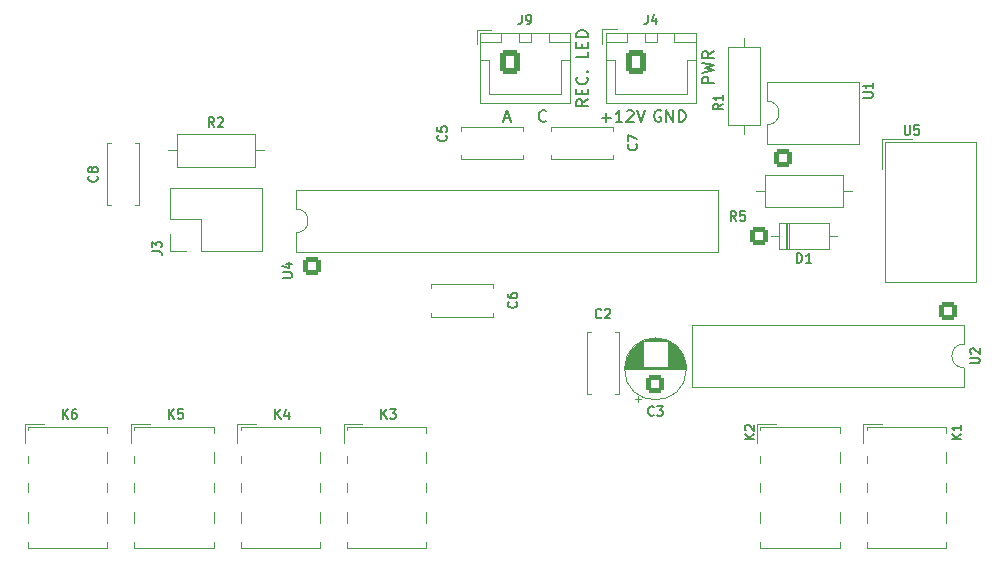
<source format=gto>
G04 #@! TF.GenerationSoftware,KiCad,Pcbnew,9.0.5*
G04 #@! TF.CreationDate,2025-10-26T11:27:19+01:00*
G04 #@! TF.ProjectId,rec_play_switch_module,7265635f-706c-4617-995f-737769746368,rev?*
G04 #@! TF.SameCoordinates,Original*
G04 #@! TF.FileFunction,Legend,Top*
G04 #@! TF.FilePolarity,Positive*
%FSLAX46Y46*%
G04 Gerber Fmt 4.6, Leading zero omitted, Abs format (unit mm)*
G04 Created by KiCad (PCBNEW 9.0.5) date 2025-10-26 11:27:19*
%MOMM*%
%LPD*%
G01*
G04 APERTURE LIST*
G04 Aperture macros list*
%AMRoundRect*
0 Rectangle with rounded corners*
0 $1 Rounding radius*
0 $2 $3 $4 $5 $6 $7 $8 $9 X,Y pos of 4 corners*
0 Add a 4 corners polygon primitive as box body*
4,1,4,$2,$3,$4,$5,$6,$7,$8,$9,$2,$3,0*
0 Add four circle primitives for the rounded corners*
1,1,$1+$1,$2,$3*
1,1,$1+$1,$4,$5*
1,1,$1+$1,$6,$7*
1,1,$1+$1,$8,$9*
0 Add four rect primitives between the rounded corners*
20,1,$1+$1,$2,$3,$4,$5,0*
20,1,$1+$1,$4,$5,$6,$7,0*
20,1,$1+$1,$6,$7,$8,$9,0*
20,1,$1+$1,$8,$9,$2,$3,0*%
G04 Aperture macros list end*
%ADD10C,0.150000*%
%ADD11C,0.120000*%
%ADD12C,1.600000*%
%ADD13R,1.000000X1.000000*%
%ADD14C,1.000000*%
%ADD15RoundRect,0.250000X-0.550000X0.550000X-0.550000X-0.550000X0.550000X-0.550000X0.550000X0.550000X0*%
%ADD16RoundRect,0.250000X-0.600000X-0.750000X0.600000X-0.750000X0.600000X0.750000X-0.600000X0.750000X0*%
%ADD17O,1.700000X2.000000*%
%ADD18R,1.700000X1.700000*%
%ADD19C,1.700000*%
%ADD20RoundRect,0.250000X0.550000X-0.550000X0.550000X0.550000X-0.550000X0.550000X-0.550000X-0.550000X0*%
%ADD21RoundRect,0.250000X-0.550000X-0.550000X0.550000X-0.550000X0.550000X0.550000X-0.550000X0.550000X0*%
%ADD22R,1.500000X1.500000*%
%ADD23C,1.500000*%
G04 APERTURE END LIST*
D10*
X173517160Y-52543104D02*
X173993350Y-52543104D01*
X173421922Y-52828819D02*
X173755255Y-51828819D01*
X173755255Y-51828819D02*
X174088588Y-52828819D01*
X186763188Y-51876438D02*
X186667950Y-51828819D01*
X186667950Y-51828819D02*
X186525093Y-51828819D01*
X186525093Y-51828819D02*
X186382236Y-51876438D01*
X186382236Y-51876438D02*
X186286998Y-51971676D01*
X186286998Y-51971676D02*
X186239379Y-52066914D01*
X186239379Y-52066914D02*
X186191760Y-52257390D01*
X186191760Y-52257390D02*
X186191760Y-52400247D01*
X186191760Y-52400247D02*
X186239379Y-52590723D01*
X186239379Y-52590723D02*
X186286998Y-52685961D01*
X186286998Y-52685961D02*
X186382236Y-52781200D01*
X186382236Y-52781200D02*
X186525093Y-52828819D01*
X186525093Y-52828819D02*
X186620331Y-52828819D01*
X186620331Y-52828819D02*
X186763188Y-52781200D01*
X186763188Y-52781200D02*
X186810807Y-52733580D01*
X186810807Y-52733580D02*
X186810807Y-52400247D01*
X186810807Y-52400247D02*
X186620331Y-52400247D01*
X187239379Y-52828819D02*
X187239379Y-51828819D01*
X187239379Y-51828819D02*
X187810807Y-52828819D01*
X187810807Y-52828819D02*
X187810807Y-51828819D01*
X188286998Y-52828819D02*
X188286998Y-51828819D01*
X188286998Y-51828819D02*
X188525093Y-51828819D01*
X188525093Y-51828819D02*
X188667950Y-51876438D01*
X188667950Y-51876438D02*
X188763188Y-51971676D01*
X188763188Y-51971676D02*
X188810807Y-52066914D01*
X188810807Y-52066914D02*
X188858426Y-52257390D01*
X188858426Y-52257390D02*
X188858426Y-52400247D01*
X188858426Y-52400247D02*
X188810807Y-52590723D01*
X188810807Y-52590723D02*
X188763188Y-52685961D01*
X188763188Y-52685961D02*
X188667950Y-52781200D01*
X188667950Y-52781200D02*
X188525093Y-52828819D01*
X188525093Y-52828819D02*
X188286998Y-52828819D01*
X181743579Y-52473266D02*
X182505484Y-52473266D01*
X182124531Y-52854219D02*
X182124531Y-52092314D01*
X183505483Y-52854219D02*
X182934055Y-52854219D01*
X183219769Y-52854219D02*
X183219769Y-51854219D01*
X183219769Y-51854219D02*
X183124531Y-51997076D01*
X183124531Y-51997076D02*
X183029293Y-52092314D01*
X183029293Y-52092314D02*
X182934055Y-52139933D01*
X183886436Y-51949457D02*
X183934055Y-51901838D01*
X183934055Y-51901838D02*
X184029293Y-51854219D01*
X184029293Y-51854219D02*
X184267388Y-51854219D01*
X184267388Y-51854219D02*
X184362626Y-51901838D01*
X184362626Y-51901838D02*
X184410245Y-51949457D01*
X184410245Y-51949457D02*
X184457864Y-52044695D01*
X184457864Y-52044695D02*
X184457864Y-52139933D01*
X184457864Y-52139933D02*
X184410245Y-52282790D01*
X184410245Y-52282790D02*
X183838817Y-52854219D01*
X183838817Y-52854219D02*
X184457864Y-52854219D01*
X184743579Y-51854219D02*
X185076912Y-52854219D01*
X185076912Y-52854219D02*
X185410245Y-51854219D01*
X191258819Y-49574220D02*
X190258819Y-49574220D01*
X190258819Y-49574220D02*
X190258819Y-49193268D01*
X190258819Y-49193268D02*
X190306438Y-49098030D01*
X190306438Y-49098030D02*
X190354057Y-49050411D01*
X190354057Y-49050411D02*
X190449295Y-49002792D01*
X190449295Y-49002792D02*
X190592152Y-49002792D01*
X190592152Y-49002792D02*
X190687390Y-49050411D01*
X190687390Y-49050411D02*
X190735009Y-49098030D01*
X190735009Y-49098030D02*
X190782628Y-49193268D01*
X190782628Y-49193268D02*
X190782628Y-49574220D01*
X190258819Y-48669458D02*
X191258819Y-48431363D01*
X191258819Y-48431363D02*
X190544533Y-48240887D01*
X190544533Y-48240887D02*
X191258819Y-48050411D01*
X191258819Y-48050411D02*
X190258819Y-47812316D01*
X191258819Y-46859935D02*
X190782628Y-47193268D01*
X191258819Y-47431363D02*
X190258819Y-47431363D01*
X190258819Y-47431363D02*
X190258819Y-47050411D01*
X190258819Y-47050411D02*
X190306438Y-46955173D01*
X190306438Y-46955173D02*
X190354057Y-46907554D01*
X190354057Y-46907554D02*
X190449295Y-46859935D01*
X190449295Y-46859935D02*
X190592152Y-46859935D01*
X190592152Y-46859935D02*
X190687390Y-46907554D01*
X190687390Y-46907554D02*
X190735009Y-46955173D01*
X190735009Y-46955173D02*
X190782628Y-47050411D01*
X190782628Y-47050411D02*
X190782628Y-47431363D01*
X180590819Y-50933192D02*
X180114628Y-51266525D01*
X180590819Y-51504620D02*
X179590819Y-51504620D01*
X179590819Y-51504620D02*
X179590819Y-51123668D01*
X179590819Y-51123668D02*
X179638438Y-51028430D01*
X179638438Y-51028430D02*
X179686057Y-50980811D01*
X179686057Y-50980811D02*
X179781295Y-50933192D01*
X179781295Y-50933192D02*
X179924152Y-50933192D01*
X179924152Y-50933192D02*
X180019390Y-50980811D01*
X180019390Y-50980811D02*
X180067009Y-51028430D01*
X180067009Y-51028430D02*
X180114628Y-51123668D01*
X180114628Y-51123668D02*
X180114628Y-51504620D01*
X180067009Y-50504620D02*
X180067009Y-50171287D01*
X180590819Y-50028430D02*
X180590819Y-50504620D01*
X180590819Y-50504620D02*
X179590819Y-50504620D01*
X179590819Y-50504620D02*
X179590819Y-50028430D01*
X180495580Y-49028430D02*
X180543200Y-49076049D01*
X180543200Y-49076049D02*
X180590819Y-49218906D01*
X180590819Y-49218906D02*
X180590819Y-49314144D01*
X180590819Y-49314144D02*
X180543200Y-49457001D01*
X180543200Y-49457001D02*
X180447961Y-49552239D01*
X180447961Y-49552239D02*
X180352723Y-49599858D01*
X180352723Y-49599858D02*
X180162247Y-49647477D01*
X180162247Y-49647477D02*
X180019390Y-49647477D01*
X180019390Y-49647477D02*
X179828914Y-49599858D01*
X179828914Y-49599858D02*
X179733676Y-49552239D01*
X179733676Y-49552239D02*
X179638438Y-49457001D01*
X179638438Y-49457001D02*
X179590819Y-49314144D01*
X179590819Y-49314144D02*
X179590819Y-49218906D01*
X179590819Y-49218906D02*
X179638438Y-49076049D01*
X179638438Y-49076049D02*
X179686057Y-49028430D01*
X180495580Y-48599858D02*
X180543200Y-48552239D01*
X180543200Y-48552239D02*
X180590819Y-48599858D01*
X180590819Y-48599858D02*
X180543200Y-48647477D01*
X180543200Y-48647477D02*
X180495580Y-48599858D01*
X180495580Y-48599858D02*
X180590819Y-48599858D01*
X180590819Y-46885573D02*
X180590819Y-47361763D01*
X180590819Y-47361763D02*
X179590819Y-47361763D01*
X180067009Y-46552239D02*
X180067009Y-46218906D01*
X180590819Y-46076049D02*
X180590819Y-46552239D01*
X180590819Y-46552239D02*
X179590819Y-46552239D01*
X179590819Y-46552239D02*
X179590819Y-46076049D01*
X180590819Y-45647477D02*
X179590819Y-45647477D01*
X179590819Y-45647477D02*
X179590819Y-45409382D01*
X179590819Y-45409382D02*
X179638438Y-45266525D01*
X179638438Y-45266525D02*
X179733676Y-45171287D01*
X179733676Y-45171287D02*
X179828914Y-45123668D01*
X179828914Y-45123668D02*
X180019390Y-45076049D01*
X180019390Y-45076049D02*
X180162247Y-45076049D01*
X180162247Y-45076049D02*
X180352723Y-45123668D01*
X180352723Y-45123668D02*
X180447961Y-45171287D01*
X180447961Y-45171287D02*
X180543200Y-45266525D01*
X180543200Y-45266525D02*
X180590819Y-45409382D01*
X180590819Y-45409382D02*
X180590819Y-45647477D01*
X177057207Y-52733580D02*
X177009588Y-52781200D01*
X177009588Y-52781200D02*
X176866731Y-52828819D01*
X176866731Y-52828819D02*
X176771493Y-52828819D01*
X176771493Y-52828819D02*
X176628636Y-52781200D01*
X176628636Y-52781200D02*
X176533398Y-52685961D01*
X176533398Y-52685961D02*
X176485779Y-52590723D01*
X176485779Y-52590723D02*
X176438160Y-52400247D01*
X176438160Y-52400247D02*
X176438160Y-52257390D01*
X176438160Y-52257390D02*
X176485779Y-52066914D01*
X176485779Y-52066914D02*
X176533398Y-51971676D01*
X176533398Y-51971676D02*
X176628636Y-51876438D01*
X176628636Y-51876438D02*
X176771493Y-51828819D01*
X176771493Y-51828819D02*
X176866731Y-51828819D01*
X176866731Y-51828819D02*
X177009588Y-51876438D01*
X177009588Y-51876438D02*
X177057207Y-51924057D01*
X174530104Y-68078332D02*
X174568200Y-68116428D01*
X174568200Y-68116428D02*
X174606295Y-68230713D01*
X174606295Y-68230713D02*
X174606295Y-68306904D01*
X174606295Y-68306904D02*
X174568200Y-68421190D01*
X174568200Y-68421190D02*
X174492009Y-68497380D01*
X174492009Y-68497380D02*
X174415819Y-68535475D01*
X174415819Y-68535475D02*
X174263438Y-68573571D01*
X174263438Y-68573571D02*
X174149152Y-68573571D01*
X174149152Y-68573571D02*
X173996771Y-68535475D01*
X173996771Y-68535475D02*
X173920580Y-68497380D01*
X173920580Y-68497380D02*
X173844390Y-68421190D01*
X173844390Y-68421190D02*
X173806295Y-68306904D01*
X173806295Y-68306904D02*
X173806295Y-68230713D01*
X173806295Y-68230713D02*
X173844390Y-68116428D01*
X173844390Y-68116428D02*
X173882485Y-68078332D01*
X173806295Y-67392618D02*
X173806295Y-67544999D01*
X173806295Y-67544999D02*
X173844390Y-67621190D01*
X173844390Y-67621190D02*
X173882485Y-67659285D01*
X173882485Y-67659285D02*
X173996771Y-67735475D01*
X173996771Y-67735475D02*
X174149152Y-67773571D01*
X174149152Y-67773571D02*
X174453914Y-67773571D01*
X174453914Y-67773571D02*
X174530104Y-67735475D01*
X174530104Y-67735475D02*
X174568200Y-67697380D01*
X174568200Y-67697380D02*
X174606295Y-67621190D01*
X174606295Y-67621190D02*
X174606295Y-67468809D01*
X174606295Y-67468809D02*
X174568200Y-67392618D01*
X174568200Y-67392618D02*
X174530104Y-67354523D01*
X174530104Y-67354523D02*
X174453914Y-67316428D01*
X174453914Y-67316428D02*
X174263438Y-67316428D01*
X174263438Y-67316428D02*
X174187247Y-67354523D01*
X174187247Y-67354523D02*
X174149152Y-67392618D01*
X174149152Y-67392618D02*
X174111057Y-67468809D01*
X174111057Y-67468809D02*
X174111057Y-67621190D01*
X174111057Y-67621190D02*
X174149152Y-67697380D01*
X174149152Y-67697380D02*
X174187247Y-67735475D01*
X174187247Y-67735475D02*
X174263438Y-67773571D01*
X139010104Y-57410332D02*
X139048200Y-57448428D01*
X139048200Y-57448428D02*
X139086295Y-57562713D01*
X139086295Y-57562713D02*
X139086295Y-57638904D01*
X139086295Y-57638904D02*
X139048200Y-57753190D01*
X139048200Y-57753190D02*
X138972009Y-57829380D01*
X138972009Y-57829380D02*
X138895819Y-57867475D01*
X138895819Y-57867475D02*
X138743438Y-57905571D01*
X138743438Y-57905571D02*
X138629152Y-57905571D01*
X138629152Y-57905571D02*
X138476771Y-57867475D01*
X138476771Y-57867475D02*
X138400580Y-57829380D01*
X138400580Y-57829380D02*
X138324390Y-57753190D01*
X138324390Y-57753190D02*
X138286295Y-57638904D01*
X138286295Y-57638904D02*
X138286295Y-57562713D01*
X138286295Y-57562713D02*
X138324390Y-57448428D01*
X138324390Y-57448428D02*
X138362485Y-57410332D01*
X138629152Y-56953190D02*
X138591057Y-57029380D01*
X138591057Y-57029380D02*
X138552961Y-57067475D01*
X138552961Y-57067475D02*
X138476771Y-57105571D01*
X138476771Y-57105571D02*
X138438676Y-57105571D01*
X138438676Y-57105571D02*
X138362485Y-57067475D01*
X138362485Y-57067475D02*
X138324390Y-57029380D01*
X138324390Y-57029380D02*
X138286295Y-56953190D01*
X138286295Y-56953190D02*
X138286295Y-56800809D01*
X138286295Y-56800809D02*
X138324390Y-56724618D01*
X138324390Y-56724618D02*
X138362485Y-56686523D01*
X138362485Y-56686523D02*
X138438676Y-56648428D01*
X138438676Y-56648428D02*
X138476771Y-56648428D01*
X138476771Y-56648428D02*
X138552961Y-56686523D01*
X138552961Y-56686523D02*
X138591057Y-56724618D01*
X138591057Y-56724618D02*
X138629152Y-56800809D01*
X138629152Y-56800809D02*
X138629152Y-56953190D01*
X138629152Y-56953190D02*
X138667247Y-57029380D01*
X138667247Y-57029380D02*
X138705342Y-57067475D01*
X138705342Y-57067475D02*
X138781533Y-57105571D01*
X138781533Y-57105571D02*
X138933914Y-57105571D01*
X138933914Y-57105571D02*
X139010104Y-57067475D01*
X139010104Y-57067475D02*
X139048200Y-57029380D01*
X139048200Y-57029380D02*
X139086295Y-56953190D01*
X139086295Y-56953190D02*
X139086295Y-56800809D01*
X139086295Y-56800809D02*
X139048200Y-56724618D01*
X139048200Y-56724618D02*
X139010104Y-56686523D01*
X139010104Y-56686523D02*
X138933914Y-56648428D01*
X138933914Y-56648428D02*
X138781533Y-56648428D01*
X138781533Y-56648428D02*
X138705342Y-56686523D01*
X138705342Y-56686523D02*
X138667247Y-56724618D01*
X138667247Y-56724618D02*
X138629152Y-56800809D01*
X212966295Y-73253523D02*
X213613914Y-73253523D01*
X213613914Y-73253523D02*
X213690104Y-73215428D01*
X213690104Y-73215428D02*
X213728200Y-73177333D01*
X213728200Y-73177333D02*
X213766295Y-73101142D01*
X213766295Y-73101142D02*
X213766295Y-72948761D01*
X213766295Y-72948761D02*
X213728200Y-72872571D01*
X213728200Y-72872571D02*
X213690104Y-72834476D01*
X213690104Y-72834476D02*
X213613914Y-72796380D01*
X213613914Y-72796380D02*
X212966295Y-72796380D01*
X213042485Y-72453524D02*
X213004390Y-72415428D01*
X213004390Y-72415428D02*
X212966295Y-72339238D01*
X212966295Y-72339238D02*
X212966295Y-72148762D01*
X212966295Y-72148762D02*
X213004390Y-72072571D01*
X213004390Y-72072571D02*
X213042485Y-72034476D01*
X213042485Y-72034476D02*
X213118676Y-71996381D01*
X213118676Y-71996381D02*
X213194866Y-71996381D01*
X213194866Y-71996381D02*
X213309152Y-72034476D01*
X213309152Y-72034476D02*
X213766295Y-72491619D01*
X213766295Y-72491619D02*
X213766295Y-71996381D01*
X185641333Y-43764295D02*
X185641333Y-44335723D01*
X185641333Y-44335723D02*
X185603238Y-44450009D01*
X185603238Y-44450009D02*
X185527047Y-44526200D01*
X185527047Y-44526200D02*
X185412762Y-44564295D01*
X185412762Y-44564295D02*
X185336571Y-44564295D01*
X186365143Y-44030961D02*
X186365143Y-44564295D01*
X186174667Y-43726200D02*
X185984190Y-44297628D01*
X185984190Y-44297628D02*
X186479429Y-44297628D01*
X163109524Y-77962295D02*
X163109524Y-77162295D01*
X163566667Y-77962295D02*
X163223809Y-77505152D01*
X163566667Y-77162295D02*
X163109524Y-77619438D01*
X163833333Y-77162295D02*
X164328571Y-77162295D01*
X164328571Y-77162295D02*
X164061905Y-77467057D01*
X164061905Y-77467057D02*
X164176190Y-77467057D01*
X164176190Y-77467057D02*
X164252381Y-77505152D01*
X164252381Y-77505152D02*
X164290476Y-77543247D01*
X164290476Y-77543247D02*
X164328571Y-77619438D01*
X164328571Y-77619438D02*
X164328571Y-77809914D01*
X164328571Y-77809914D02*
X164290476Y-77886104D01*
X164290476Y-77886104D02*
X164252381Y-77924200D01*
X164252381Y-77924200D02*
X164176190Y-77962295D01*
X164176190Y-77962295D02*
X163947619Y-77962295D01*
X163947619Y-77962295D02*
X163871428Y-77924200D01*
X163871428Y-77924200D02*
X163833333Y-77886104D01*
X174993333Y-43772695D02*
X174993333Y-44344123D01*
X174993333Y-44344123D02*
X174955238Y-44458409D01*
X174955238Y-44458409D02*
X174879047Y-44534600D01*
X174879047Y-44534600D02*
X174764762Y-44572695D01*
X174764762Y-44572695D02*
X174688571Y-44572695D01*
X175412381Y-44572695D02*
X175564762Y-44572695D01*
X175564762Y-44572695D02*
X175640952Y-44534600D01*
X175640952Y-44534600D02*
X175679048Y-44496504D01*
X175679048Y-44496504D02*
X175755238Y-44382219D01*
X175755238Y-44382219D02*
X175793333Y-44229838D01*
X175793333Y-44229838D02*
X175793333Y-43925076D01*
X175793333Y-43925076D02*
X175755238Y-43848885D01*
X175755238Y-43848885D02*
X175717143Y-43810790D01*
X175717143Y-43810790D02*
X175640952Y-43772695D01*
X175640952Y-43772695D02*
X175488571Y-43772695D01*
X175488571Y-43772695D02*
X175412381Y-43810790D01*
X175412381Y-43810790D02*
X175374286Y-43848885D01*
X175374286Y-43848885D02*
X175336190Y-43925076D01*
X175336190Y-43925076D02*
X175336190Y-44115552D01*
X175336190Y-44115552D02*
X175374286Y-44191742D01*
X175374286Y-44191742D02*
X175412381Y-44229838D01*
X175412381Y-44229838D02*
X175488571Y-44267933D01*
X175488571Y-44267933D02*
X175640952Y-44267933D01*
X175640952Y-44267933D02*
X175717143Y-44229838D01*
X175717143Y-44229838D02*
X175755238Y-44191742D01*
X175755238Y-44191742D02*
X175793333Y-44115552D01*
X148964667Y-53237295D02*
X148698000Y-52856342D01*
X148507524Y-53237295D02*
X148507524Y-52437295D01*
X148507524Y-52437295D02*
X148812286Y-52437295D01*
X148812286Y-52437295D02*
X148888476Y-52475390D01*
X148888476Y-52475390D02*
X148926571Y-52513485D01*
X148926571Y-52513485D02*
X148964667Y-52589676D01*
X148964667Y-52589676D02*
X148964667Y-52703961D01*
X148964667Y-52703961D02*
X148926571Y-52780152D01*
X148926571Y-52780152D02*
X148888476Y-52818247D01*
X148888476Y-52818247D02*
X148812286Y-52856342D01*
X148812286Y-52856342D02*
X148507524Y-52856342D01*
X149269428Y-52513485D02*
X149307524Y-52475390D01*
X149307524Y-52475390D02*
X149383714Y-52437295D01*
X149383714Y-52437295D02*
X149574190Y-52437295D01*
X149574190Y-52437295D02*
X149650381Y-52475390D01*
X149650381Y-52475390D02*
X149688476Y-52513485D01*
X149688476Y-52513485D02*
X149726571Y-52589676D01*
X149726571Y-52589676D02*
X149726571Y-52665866D01*
X149726571Y-52665866D02*
X149688476Y-52780152D01*
X149688476Y-52780152D02*
X149231333Y-53237295D01*
X149231333Y-53237295D02*
X149726571Y-53237295D01*
X154109524Y-77962295D02*
X154109524Y-77162295D01*
X154566667Y-77962295D02*
X154223809Y-77505152D01*
X154566667Y-77162295D02*
X154109524Y-77619438D01*
X155252381Y-77428961D02*
X155252381Y-77962295D01*
X155061905Y-77124200D02*
X154871428Y-77695628D01*
X154871428Y-77695628D02*
X155366667Y-77695628D01*
X184690104Y-54717932D02*
X184728200Y-54756028D01*
X184728200Y-54756028D02*
X184766295Y-54870313D01*
X184766295Y-54870313D02*
X184766295Y-54946504D01*
X184766295Y-54946504D02*
X184728200Y-55060790D01*
X184728200Y-55060790D02*
X184652009Y-55136980D01*
X184652009Y-55136980D02*
X184575819Y-55175075D01*
X184575819Y-55175075D02*
X184423438Y-55213171D01*
X184423438Y-55213171D02*
X184309152Y-55213171D01*
X184309152Y-55213171D02*
X184156771Y-55175075D01*
X184156771Y-55175075D02*
X184080580Y-55136980D01*
X184080580Y-55136980D02*
X184004390Y-55060790D01*
X184004390Y-55060790D02*
X183966295Y-54946504D01*
X183966295Y-54946504D02*
X183966295Y-54870313D01*
X183966295Y-54870313D02*
X184004390Y-54756028D01*
X184004390Y-54756028D02*
X184042485Y-54717932D01*
X183966295Y-54451266D02*
X183966295Y-53917932D01*
X183966295Y-53917932D02*
X184766295Y-54260790D01*
X154756295Y-66014523D02*
X155403914Y-66014523D01*
X155403914Y-66014523D02*
X155480104Y-65976428D01*
X155480104Y-65976428D02*
X155518200Y-65938333D01*
X155518200Y-65938333D02*
X155556295Y-65862142D01*
X155556295Y-65862142D02*
X155556295Y-65709761D01*
X155556295Y-65709761D02*
X155518200Y-65633571D01*
X155518200Y-65633571D02*
X155480104Y-65595476D01*
X155480104Y-65595476D02*
X155403914Y-65557380D01*
X155403914Y-65557380D02*
X154756295Y-65557380D01*
X155022961Y-64833571D02*
X155556295Y-64833571D01*
X154718200Y-65024047D02*
X155289628Y-65214524D01*
X155289628Y-65214524D02*
X155289628Y-64719285D01*
X136109524Y-77962295D02*
X136109524Y-77162295D01*
X136566667Y-77962295D02*
X136223809Y-77505152D01*
X136566667Y-77162295D02*
X136109524Y-77619438D01*
X137252381Y-77162295D02*
X137100000Y-77162295D01*
X137100000Y-77162295D02*
X137023809Y-77200390D01*
X137023809Y-77200390D02*
X136985714Y-77238485D01*
X136985714Y-77238485D02*
X136909524Y-77352771D01*
X136909524Y-77352771D02*
X136871428Y-77505152D01*
X136871428Y-77505152D02*
X136871428Y-77809914D01*
X136871428Y-77809914D02*
X136909524Y-77886104D01*
X136909524Y-77886104D02*
X136947619Y-77924200D01*
X136947619Y-77924200D02*
X137023809Y-77962295D01*
X137023809Y-77962295D02*
X137176190Y-77962295D01*
X137176190Y-77962295D02*
X137252381Y-77924200D01*
X137252381Y-77924200D02*
X137290476Y-77886104D01*
X137290476Y-77886104D02*
X137328571Y-77809914D01*
X137328571Y-77809914D02*
X137328571Y-77619438D01*
X137328571Y-77619438D02*
X137290476Y-77543247D01*
X137290476Y-77543247D02*
X137252381Y-77505152D01*
X137252381Y-77505152D02*
X137176190Y-77467057D01*
X137176190Y-77467057D02*
X137023809Y-77467057D01*
X137023809Y-77467057D02*
X136947619Y-77505152D01*
X136947619Y-77505152D02*
X136909524Y-77543247D01*
X136909524Y-77543247D02*
X136871428Y-77619438D01*
X193160667Y-61195295D02*
X192894000Y-60814342D01*
X192703524Y-61195295D02*
X192703524Y-60395295D01*
X192703524Y-60395295D02*
X193008286Y-60395295D01*
X193008286Y-60395295D02*
X193084476Y-60433390D01*
X193084476Y-60433390D02*
X193122571Y-60471485D01*
X193122571Y-60471485D02*
X193160667Y-60547676D01*
X193160667Y-60547676D02*
X193160667Y-60661961D01*
X193160667Y-60661961D02*
X193122571Y-60738152D01*
X193122571Y-60738152D02*
X193084476Y-60776247D01*
X193084476Y-60776247D02*
X193008286Y-60814342D01*
X193008286Y-60814342D02*
X192703524Y-60814342D01*
X193884476Y-60395295D02*
X193503524Y-60395295D01*
X193503524Y-60395295D02*
X193465428Y-60776247D01*
X193465428Y-60776247D02*
X193503524Y-60738152D01*
X193503524Y-60738152D02*
X193579714Y-60700057D01*
X193579714Y-60700057D02*
X193770190Y-60700057D01*
X193770190Y-60700057D02*
X193846381Y-60738152D01*
X193846381Y-60738152D02*
X193884476Y-60776247D01*
X193884476Y-60776247D02*
X193922571Y-60852438D01*
X193922571Y-60852438D02*
X193922571Y-61042914D01*
X193922571Y-61042914D02*
X193884476Y-61119104D01*
X193884476Y-61119104D02*
X193846381Y-61157200D01*
X193846381Y-61157200D02*
X193770190Y-61195295D01*
X193770190Y-61195295D02*
X193579714Y-61195295D01*
X193579714Y-61195295D02*
X193503524Y-61157200D01*
X193503524Y-61157200D02*
X193465428Y-61119104D01*
X145109524Y-77962295D02*
X145109524Y-77162295D01*
X145566667Y-77962295D02*
X145223809Y-77505152D01*
X145566667Y-77162295D02*
X145109524Y-77619438D01*
X146290476Y-77162295D02*
X145909524Y-77162295D01*
X145909524Y-77162295D02*
X145871428Y-77543247D01*
X145871428Y-77543247D02*
X145909524Y-77505152D01*
X145909524Y-77505152D02*
X145985714Y-77467057D01*
X145985714Y-77467057D02*
X146176190Y-77467057D01*
X146176190Y-77467057D02*
X146252381Y-77505152D01*
X146252381Y-77505152D02*
X146290476Y-77543247D01*
X146290476Y-77543247D02*
X146328571Y-77619438D01*
X146328571Y-77619438D02*
X146328571Y-77809914D01*
X146328571Y-77809914D02*
X146290476Y-77886104D01*
X146290476Y-77886104D02*
X146252381Y-77924200D01*
X146252381Y-77924200D02*
X146176190Y-77962295D01*
X146176190Y-77962295D02*
X145985714Y-77962295D01*
X145985714Y-77962295D02*
X145909524Y-77924200D01*
X145909524Y-77924200D02*
X145871428Y-77886104D01*
X212198295Y-79711475D02*
X211398295Y-79711475D01*
X212198295Y-79254332D02*
X211741152Y-79597190D01*
X211398295Y-79254332D02*
X211855438Y-79711475D01*
X212198295Y-78492428D02*
X212198295Y-78949571D01*
X212198295Y-78720999D02*
X211398295Y-78720999D01*
X211398295Y-78720999D02*
X211512580Y-78797190D01*
X211512580Y-78797190D02*
X211588771Y-78873380D01*
X211588771Y-78873380D02*
X211626866Y-78949571D01*
X192005295Y-51314332D02*
X191624342Y-51580999D01*
X192005295Y-51771475D02*
X191205295Y-51771475D01*
X191205295Y-51771475D02*
X191205295Y-51466713D01*
X191205295Y-51466713D02*
X191243390Y-51390523D01*
X191243390Y-51390523D02*
X191281485Y-51352428D01*
X191281485Y-51352428D02*
X191357676Y-51314332D01*
X191357676Y-51314332D02*
X191471961Y-51314332D01*
X191471961Y-51314332D02*
X191548152Y-51352428D01*
X191548152Y-51352428D02*
X191586247Y-51390523D01*
X191586247Y-51390523D02*
X191624342Y-51466713D01*
X191624342Y-51466713D02*
X191624342Y-51771475D01*
X192005295Y-50552428D02*
X192005295Y-51009571D01*
X192005295Y-50780999D02*
X191205295Y-50780999D01*
X191205295Y-50780999D02*
X191319580Y-50857190D01*
X191319580Y-50857190D02*
X191395771Y-50933380D01*
X191395771Y-50933380D02*
X191433866Y-51009571D01*
X203905295Y-50779523D02*
X204552914Y-50779523D01*
X204552914Y-50779523D02*
X204629104Y-50741428D01*
X204629104Y-50741428D02*
X204667200Y-50703333D01*
X204667200Y-50703333D02*
X204705295Y-50627142D01*
X204705295Y-50627142D02*
X204705295Y-50474761D01*
X204705295Y-50474761D02*
X204667200Y-50398571D01*
X204667200Y-50398571D02*
X204629104Y-50360476D01*
X204629104Y-50360476D02*
X204552914Y-50322380D01*
X204552914Y-50322380D02*
X203905295Y-50322380D01*
X204705295Y-49522381D02*
X204705295Y-49979524D01*
X204705295Y-49750952D02*
X203905295Y-49750952D01*
X203905295Y-49750952D02*
X204019580Y-49827143D01*
X204019580Y-49827143D02*
X204095771Y-49903333D01*
X204095771Y-49903333D02*
X204133866Y-49979524D01*
X198291524Y-64751295D02*
X198291524Y-63951295D01*
X198291524Y-63951295D02*
X198482000Y-63951295D01*
X198482000Y-63951295D02*
X198596286Y-63989390D01*
X198596286Y-63989390D02*
X198672476Y-64065580D01*
X198672476Y-64065580D02*
X198710571Y-64141771D01*
X198710571Y-64141771D02*
X198748667Y-64294152D01*
X198748667Y-64294152D02*
X198748667Y-64408438D01*
X198748667Y-64408438D02*
X198710571Y-64560819D01*
X198710571Y-64560819D02*
X198672476Y-64637009D01*
X198672476Y-64637009D02*
X198596286Y-64713200D01*
X198596286Y-64713200D02*
X198482000Y-64751295D01*
X198482000Y-64751295D02*
X198291524Y-64751295D01*
X199510571Y-64751295D02*
X199053428Y-64751295D01*
X199282000Y-64751295D02*
X199282000Y-63951295D01*
X199282000Y-63951295D02*
X199205809Y-64065580D01*
X199205809Y-64065580D02*
X199129619Y-64141771D01*
X199129619Y-64141771D02*
X199053428Y-64179866D01*
X143707295Y-63766666D02*
X144278723Y-63766666D01*
X144278723Y-63766666D02*
X144393009Y-63804761D01*
X144393009Y-63804761D02*
X144469200Y-63880952D01*
X144469200Y-63880952D02*
X144507295Y-63995237D01*
X144507295Y-63995237D02*
X144507295Y-64071428D01*
X143707295Y-63461904D02*
X143707295Y-62966666D01*
X143707295Y-62966666D02*
X144012057Y-63233332D01*
X144012057Y-63233332D02*
X144012057Y-63119047D01*
X144012057Y-63119047D02*
X144050152Y-63042856D01*
X144050152Y-63042856D02*
X144088247Y-63004761D01*
X144088247Y-63004761D02*
X144164438Y-62966666D01*
X144164438Y-62966666D02*
X144354914Y-62966666D01*
X144354914Y-62966666D02*
X144431104Y-63004761D01*
X144431104Y-63004761D02*
X144469200Y-63042856D01*
X144469200Y-63042856D02*
X144507295Y-63119047D01*
X144507295Y-63119047D02*
X144507295Y-63347618D01*
X144507295Y-63347618D02*
X144469200Y-63423809D01*
X144469200Y-63423809D02*
X144431104Y-63461904D01*
X181730667Y-69384904D02*
X181692571Y-69423000D01*
X181692571Y-69423000D02*
X181578286Y-69461095D01*
X181578286Y-69461095D02*
X181502095Y-69461095D01*
X181502095Y-69461095D02*
X181387809Y-69423000D01*
X181387809Y-69423000D02*
X181311619Y-69346809D01*
X181311619Y-69346809D02*
X181273524Y-69270619D01*
X181273524Y-69270619D02*
X181235428Y-69118238D01*
X181235428Y-69118238D02*
X181235428Y-69003952D01*
X181235428Y-69003952D02*
X181273524Y-68851571D01*
X181273524Y-68851571D02*
X181311619Y-68775380D01*
X181311619Y-68775380D02*
X181387809Y-68699190D01*
X181387809Y-68699190D02*
X181502095Y-68661095D01*
X181502095Y-68661095D02*
X181578286Y-68661095D01*
X181578286Y-68661095D02*
X181692571Y-68699190D01*
X181692571Y-68699190D02*
X181730667Y-68737285D01*
X182035428Y-68737285D02*
X182073524Y-68699190D01*
X182073524Y-68699190D02*
X182149714Y-68661095D01*
X182149714Y-68661095D02*
X182340190Y-68661095D01*
X182340190Y-68661095D02*
X182416381Y-68699190D01*
X182416381Y-68699190D02*
X182454476Y-68737285D01*
X182454476Y-68737285D02*
X182492571Y-68813476D01*
X182492571Y-68813476D02*
X182492571Y-68889666D01*
X182492571Y-68889666D02*
X182454476Y-69003952D01*
X182454476Y-69003952D02*
X181997333Y-69461095D01*
X181997333Y-69461095D02*
X182492571Y-69461095D01*
X207402976Y-53124295D02*
X207402976Y-53771914D01*
X207402976Y-53771914D02*
X207441071Y-53848104D01*
X207441071Y-53848104D02*
X207479166Y-53886200D01*
X207479166Y-53886200D02*
X207555357Y-53924295D01*
X207555357Y-53924295D02*
X207707738Y-53924295D01*
X207707738Y-53924295D02*
X207783928Y-53886200D01*
X207783928Y-53886200D02*
X207822023Y-53848104D01*
X207822023Y-53848104D02*
X207860119Y-53771914D01*
X207860119Y-53771914D02*
X207860119Y-53124295D01*
X208622023Y-53124295D02*
X208241071Y-53124295D01*
X208241071Y-53124295D02*
X208202975Y-53505247D01*
X208202975Y-53505247D02*
X208241071Y-53467152D01*
X208241071Y-53467152D02*
X208317261Y-53429057D01*
X208317261Y-53429057D02*
X208507737Y-53429057D01*
X208507737Y-53429057D02*
X208583928Y-53467152D01*
X208583928Y-53467152D02*
X208622023Y-53505247D01*
X208622023Y-53505247D02*
X208660118Y-53581438D01*
X208660118Y-53581438D02*
X208660118Y-53771914D01*
X208660118Y-53771914D02*
X208622023Y-53848104D01*
X208622023Y-53848104D02*
X208583928Y-53886200D01*
X208583928Y-53886200D02*
X208507737Y-53924295D01*
X208507737Y-53924295D02*
X208317261Y-53924295D01*
X208317261Y-53924295D02*
X208241071Y-53886200D01*
X208241071Y-53886200D02*
X208202975Y-53848104D01*
X168561104Y-53981332D02*
X168599200Y-54019428D01*
X168599200Y-54019428D02*
X168637295Y-54133713D01*
X168637295Y-54133713D02*
X168637295Y-54209904D01*
X168637295Y-54209904D02*
X168599200Y-54324190D01*
X168599200Y-54324190D02*
X168523009Y-54400380D01*
X168523009Y-54400380D02*
X168446819Y-54438475D01*
X168446819Y-54438475D02*
X168294438Y-54476571D01*
X168294438Y-54476571D02*
X168180152Y-54476571D01*
X168180152Y-54476571D02*
X168027771Y-54438475D01*
X168027771Y-54438475D02*
X167951580Y-54400380D01*
X167951580Y-54400380D02*
X167875390Y-54324190D01*
X167875390Y-54324190D02*
X167837295Y-54209904D01*
X167837295Y-54209904D02*
X167837295Y-54133713D01*
X167837295Y-54133713D02*
X167875390Y-54019428D01*
X167875390Y-54019428D02*
X167913485Y-53981332D01*
X167837295Y-53257523D02*
X167837295Y-53638475D01*
X167837295Y-53638475D02*
X168218247Y-53676571D01*
X168218247Y-53676571D02*
X168180152Y-53638475D01*
X168180152Y-53638475D02*
X168142057Y-53562285D01*
X168142057Y-53562285D02*
X168142057Y-53371809D01*
X168142057Y-53371809D02*
X168180152Y-53295618D01*
X168180152Y-53295618D02*
X168218247Y-53257523D01*
X168218247Y-53257523D02*
X168294438Y-53219428D01*
X168294438Y-53219428D02*
X168484914Y-53219428D01*
X168484914Y-53219428D02*
X168561104Y-53257523D01*
X168561104Y-53257523D02*
X168599200Y-53295618D01*
X168599200Y-53295618D02*
X168637295Y-53371809D01*
X168637295Y-53371809D02*
X168637295Y-53562285D01*
X168637295Y-53562285D02*
X168599200Y-53638475D01*
X168599200Y-53638475D02*
X168561104Y-53676571D01*
X186175667Y-77629104D02*
X186137571Y-77667200D01*
X186137571Y-77667200D02*
X186023286Y-77705295D01*
X186023286Y-77705295D02*
X185947095Y-77705295D01*
X185947095Y-77705295D02*
X185832809Y-77667200D01*
X185832809Y-77667200D02*
X185756619Y-77591009D01*
X185756619Y-77591009D02*
X185718524Y-77514819D01*
X185718524Y-77514819D02*
X185680428Y-77362438D01*
X185680428Y-77362438D02*
X185680428Y-77248152D01*
X185680428Y-77248152D02*
X185718524Y-77095771D01*
X185718524Y-77095771D02*
X185756619Y-77019580D01*
X185756619Y-77019580D02*
X185832809Y-76943390D01*
X185832809Y-76943390D02*
X185947095Y-76905295D01*
X185947095Y-76905295D02*
X186023286Y-76905295D01*
X186023286Y-76905295D02*
X186137571Y-76943390D01*
X186137571Y-76943390D02*
X186175667Y-76981485D01*
X186442333Y-76905295D02*
X186937571Y-76905295D01*
X186937571Y-76905295D02*
X186670905Y-77210057D01*
X186670905Y-77210057D02*
X186785190Y-77210057D01*
X186785190Y-77210057D02*
X186861381Y-77248152D01*
X186861381Y-77248152D02*
X186899476Y-77286247D01*
X186899476Y-77286247D02*
X186937571Y-77362438D01*
X186937571Y-77362438D02*
X186937571Y-77552914D01*
X186937571Y-77552914D02*
X186899476Y-77629104D01*
X186899476Y-77629104D02*
X186861381Y-77667200D01*
X186861381Y-77667200D02*
X186785190Y-77705295D01*
X186785190Y-77705295D02*
X186556619Y-77705295D01*
X186556619Y-77705295D02*
X186480428Y-77667200D01*
X186480428Y-77667200D02*
X186442333Y-77629104D01*
X194672295Y-79711475D02*
X193872295Y-79711475D01*
X194672295Y-79254332D02*
X194215152Y-79597190D01*
X193872295Y-79254332D02*
X194329438Y-79711475D01*
X193948485Y-78949571D02*
X193910390Y-78911475D01*
X193910390Y-78911475D02*
X193872295Y-78835285D01*
X193872295Y-78835285D02*
X193872295Y-78644809D01*
X193872295Y-78644809D02*
X193910390Y-78568618D01*
X193910390Y-78568618D02*
X193948485Y-78530523D01*
X193948485Y-78530523D02*
X194024676Y-78492428D01*
X194024676Y-78492428D02*
X194100866Y-78492428D01*
X194100866Y-78492428D02*
X194215152Y-78530523D01*
X194215152Y-78530523D02*
X194672295Y-78987666D01*
X194672295Y-78987666D02*
X194672295Y-78492428D01*
D11*
X167306000Y-66575000D02*
X167306000Y-66912000D01*
X167306000Y-66575000D02*
X172546000Y-66575000D01*
X167306000Y-68978000D02*
X167306000Y-69315000D01*
X167306000Y-69315000D02*
X172546000Y-69315000D01*
X172546000Y-66575000D02*
X172546000Y-66912000D01*
X172546000Y-68978000D02*
X172546000Y-69315000D01*
X139854000Y-54657000D02*
X140191000Y-54657000D01*
X139854000Y-59897000D02*
X139854000Y-54657000D01*
X139854000Y-59897000D02*
X140191000Y-59897000D01*
X142257000Y-54657000D02*
X142594000Y-54657000D01*
X142257000Y-59897000D02*
X142594000Y-59897000D01*
X142594000Y-59897000D02*
X142594000Y-54657000D01*
X189424000Y-69994000D02*
X189424000Y-75294000D01*
X189424000Y-75294000D02*
X212404000Y-75294000D01*
X212404000Y-69994000D02*
X189424000Y-69994000D01*
X212404000Y-71644000D02*
X212404000Y-69994000D01*
X212404000Y-75294000D02*
X212404000Y-73644000D01*
X212404000Y-73644000D02*
G75*
G02*
X212404000Y-71644000I0J1000000D01*
G01*
X181808000Y-45002000D02*
X181808000Y-46252000D01*
X182098000Y-45292000D02*
X182098000Y-51262000D01*
X182098000Y-51262000D02*
X189718000Y-51262000D01*
X182108000Y-45302000D02*
X182108000Y-46052000D01*
X182108000Y-46052000D02*
X183908000Y-46052000D01*
X182108000Y-47552000D02*
X182858000Y-47552000D01*
X182858000Y-47552000D02*
X182858000Y-50502000D01*
X182858000Y-50502000D02*
X185908000Y-50502000D01*
X183058000Y-45002000D02*
X181808000Y-45002000D01*
X183908000Y-45302000D02*
X182108000Y-45302000D01*
X183908000Y-46052000D02*
X183908000Y-45302000D01*
X185408000Y-45302000D02*
X185408000Y-46052000D01*
X185408000Y-46052000D02*
X186408000Y-46052000D01*
X186408000Y-45302000D02*
X185408000Y-45302000D01*
X186408000Y-46052000D02*
X186408000Y-45302000D01*
X187908000Y-45302000D02*
X187908000Y-46052000D01*
X187908000Y-46052000D02*
X189708000Y-46052000D01*
X188958000Y-47552000D02*
X188958000Y-50502000D01*
X188958000Y-50502000D02*
X185908000Y-50502000D01*
X189708000Y-45302000D02*
X187908000Y-45302000D01*
X189708000Y-46052000D02*
X189708000Y-45302000D01*
X189708000Y-47552000D02*
X188958000Y-47552000D01*
X189718000Y-45292000D02*
X182098000Y-45292000D01*
X189718000Y-51262000D02*
X189718000Y-45292000D01*
X159900000Y-78400000D02*
X161500000Y-78400000D01*
X159900000Y-80000000D02*
X159900000Y-78400000D01*
X160200000Y-78700000D02*
X160200000Y-78900000D01*
X160200000Y-78700000D02*
X166900000Y-78700000D01*
X160200000Y-81700000D02*
X160200000Y-81100000D01*
X160200000Y-84200000D02*
X160200000Y-83400000D01*
X160200000Y-86800000D02*
X160200000Y-85900000D01*
X160200000Y-88900000D02*
X160200000Y-88400000D01*
X166900000Y-78700000D02*
X166900000Y-79200000D01*
X166900000Y-80800000D02*
X166900000Y-81700000D01*
X166900000Y-83400000D02*
X166900000Y-84200000D01*
X166900000Y-85900000D02*
X166900000Y-86800000D01*
X166900000Y-88400000D02*
X166900000Y-88900000D01*
X166900000Y-88900000D02*
X160200000Y-88900000D01*
X171160000Y-45010400D02*
X171160000Y-46260400D01*
X171450000Y-45300400D02*
X171450000Y-51270400D01*
X171450000Y-51270400D02*
X179070000Y-51270400D01*
X171460000Y-45310400D02*
X171460000Y-46060400D01*
X171460000Y-46060400D02*
X173260000Y-46060400D01*
X171460000Y-47560400D02*
X172210000Y-47560400D01*
X172210000Y-47560400D02*
X172210000Y-50510400D01*
X172210000Y-50510400D02*
X175260000Y-50510400D01*
X172410000Y-45010400D02*
X171160000Y-45010400D01*
X173260000Y-45310400D02*
X171460000Y-45310400D01*
X173260000Y-46060400D02*
X173260000Y-45310400D01*
X174760000Y-45310400D02*
X174760000Y-46060400D01*
X174760000Y-46060400D02*
X175760000Y-46060400D01*
X175760000Y-45310400D02*
X174760000Y-45310400D01*
X175760000Y-46060400D02*
X175760000Y-45310400D01*
X177260000Y-45310400D02*
X177260000Y-46060400D01*
X177260000Y-46060400D02*
X179060000Y-46060400D01*
X178310000Y-47560400D02*
X178310000Y-50510400D01*
X178310000Y-50510400D02*
X175260000Y-50510400D01*
X179060000Y-45310400D02*
X177260000Y-45310400D01*
X179060000Y-46060400D02*
X179060000Y-45310400D01*
X179060000Y-47560400D02*
X178310000Y-47560400D01*
X179070000Y-45300400D02*
X171450000Y-45300400D01*
X179070000Y-51270400D02*
X179070000Y-45300400D01*
X145058000Y-55245000D02*
X145828000Y-55245000D01*
X153138000Y-55245000D02*
X152368000Y-55245000D01*
X145828000Y-53875000D02*
X152368000Y-53875000D01*
X152368000Y-56615000D01*
X145828000Y-56615000D01*
X145828000Y-53875000D01*
X150900000Y-78400000D02*
X152500000Y-78400000D01*
X150900000Y-80000000D02*
X150900000Y-78400000D01*
X151200000Y-78700000D02*
X151200000Y-78900000D01*
X151200000Y-78700000D02*
X157900000Y-78700000D01*
X151200000Y-81700000D02*
X151200000Y-81100000D01*
X151200000Y-84200000D02*
X151200000Y-83400000D01*
X151200000Y-86800000D02*
X151200000Y-85900000D01*
X151200000Y-88900000D02*
X151200000Y-88400000D01*
X157900000Y-78700000D02*
X157900000Y-79200000D01*
X157900000Y-80800000D02*
X157900000Y-81700000D01*
X157900000Y-83400000D02*
X157900000Y-84200000D01*
X157900000Y-85900000D02*
X157900000Y-86800000D01*
X157900000Y-88400000D02*
X157900000Y-88900000D01*
X157900000Y-88900000D02*
X151200000Y-88900000D01*
X177466000Y-53240000D02*
X177466000Y-53577000D01*
X177466000Y-53240000D02*
X182706000Y-53240000D01*
X177466000Y-55643000D02*
X177466000Y-55980000D01*
X177466000Y-55980000D02*
X182706000Y-55980000D01*
X182706000Y-53240000D02*
X182706000Y-53577000D01*
X182706000Y-55643000D02*
X182706000Y-55980000D01*
X155896000Y-58559000D02*
X155896000Y-60209000D01*
X155896000Y-62209000D02*
X155896000Y-63859000D01*
X155896000Y-63859000D02*
X191576000Y-63859000D01*
X191576000Y-58559000D02*
X155896000Y-58559000D01*
X191576000Y-63859000D02*
X191576000Y-58559000D01*
X155896000Y-60209000D02*
G75*
G02*
X155896000Y-62209000I0J-1000000D01*
G01*
X132900000Y-78400000D02*
X134500000Y-78400000D01*
X132900000Y-80000000D02*
X132900000Y-78400000D01*
X133200000Y-78700000D02*
X133200000Y-78900000D01*
X133200000Y-78700000D02*
X139900000Y-78700000D01*
X133200000Y-81700000D02*
X133200000Y-81100000D01*
X133200000Y-84200000D02*
X133200000Y-83400000D01*
X133200000Y-86800000D02*
X133200000Y-85900000D01*
X133200000Y-88900000D02*
X133200000Y-88400000D01*
X139900000Y-78700000D02*
X139900000Y-79200000D01*
X139900000Y-80800000D02*
X139900000Y-81700000D01*
X139900000Y-83400000D02*
X139900000Y-84200000D01*
X139900000Y-85900000D02*
X139900000Y-86800000D01*
X139900000Y-88400000D02*
X139900000Y-88900000D01*
X139900000Y-88900000D02*
X133200000Y-88900000D01*
X194842000Y-58674000D02*
X195612000Y-58674000D01*
X202922000Y-58674000D02*
X202152000Y-58674000D01*
X202152000Y-60044000D02*
X195612000Y-60044000D01*
X195612000Y-57304000D01*
X202152000Y-57304000D01*
X202152000Y-60044000D01*
X141900000Y-78400000D02*
X143500000Y-78400000D01*
X141900000Y-80000000D02*
X141900000Y-78400000D01*
X142200000Y-78700000D02*
X142200000Y-78900000D01*
X142200000Y-78700000D02*
X148900000Y-78700000D01*
X142200000Y-81700000D02*
X142200000Y-81100000D01*
X142200000Y-84200000D02*
X142200000Y-83400000D01*
X142200000Y-86800000D02*
X142200000Y-85900000D01*
X142200000Y-88900000D02*
X142200000Y-88400000D01*
X148900000Y-78700000D02*
X148900000Y-79200000D01*
X148900000Y-80800000D02*
X148900000Y-81700000D01*
X148900000Y-83400000D02*
X148900000Y-84200000D01*
X148900000Y-85900000D02*
X148900000Y-86800000D01*
X148900000Y-88400000D02*
X148900000Y-88900000D01*
X148900000Y-88900000D02*
X142200000Y-88900000D01*
X203900000Y-78400000D02*
X205500000Y-78400000D01*
X203900000Y-80000000D02*
X203900000Y-78400000D01*
X204200000Y-78700000D02*
X204200000Y-78900000D01*
X204200000Y-78700000D02*
X210900000Y-78700000D01*
X204200000Y-81700000D02*
X204200000Y-81100000D01*
X204200000Y-84200000D02*
X204200000Y-83400000D01*
X204200000Y-86800000D02*
X204200000Y-85900000D01*
X204200000Y-88900000D02*
X204200000Y-88400000D01*
X210900000Y-78700000D02*
X210900000Y-79200000D01*
X210900000Y-80800000D02*
X210900000Y-81700000D01*
X210900000Y-83400000D02*
X210900000Y-84200000D01*
X210900000Y-85900000D02*
X210900000Y-86800000D01*
X210900000Y-88400000D02*
X210900000Y-88900000D01*
X210900000Y-88900000D02*
X204200000Y-88900000D01*
X193802000Y-45744000D02*
X193802000Y-46514000D01*
X193802000Y-53824000D02*
X193802000Y-53054000D01*
X195172000Y-46514000D02*
X192432000Y-46514000D01*
X192432000Y-53054000D01*
X195172000Y-53054000D01*
X195172000Y-46514000D01*
X195774000Y-49420000D02*
X195774000Y-51070000D01*
X195774000Y-53070000D02*
X195774000Y-54720000D01*
X195774000Y-54720000D02*
X203514000Y-54720000D01*
X203514000Y-49420000D02*
X195774000Y-49420000D01*
X203514000Y-54720000D02*
X203514000Y-49420000D01*
X195774000Y-51070000D02*
G75*
G02*
X195774000Y-53070000I0J-1000000D01*
G01*
X196112000Y-62484000D02*
X196762000Y-62484000D01*
X197362000Y-61364000D02*
X197362000Y-63604000D01*
X197482000Y-61364000D02*
X197482000Y-63604000D01*
X197602000Y-61364000D02*
X197602000Y-63604000D01*
X201652000Y-62484000D02*
X201002000Y-62484000D01*
X196762000Y-61364000D02*
X201002000Y-61364000D01*
X201002000Y-63604000D01*
X196762000Y-63604000D01*
X196762000Y-61364000D01*
X145178000Y-58442000D02*
X153018000Y-58442000D01*
X145178000Y-61092000D02*
X145178000Y-58442000D01*
X145178000Y-63742000D02*
X145178000Y-62362000D01*
X146558000Y-63742000D02*
X145178000Y-63742000D01*
X147828000Y-61092000D02*
X145178000Y-61092000D01*
X147828000Y-63742000D02*
X147828000Y-61092000D01*
X147828000Y-63742000D02*
X153018000Y-63742000D01*
X153018000Y-63742000D02*
X153018000Y-58442000D01*
X180494000Y-70659000D02*
X180831000Y-70659000D01*
X180494000Y-75899000D02*
X180494000Y-70659000D01*
X180494000Y-75899000D02*
X180831000Y-75899000D01*
X182897000Y-70659000D02*
X183234000Y-70659000D01*
X182897000Y-75899000D02*
X183234000Y-75899000D01*
X183234000Y-75899000D02*
X183234000Y-70659000D01*
X205512500Y-54302000D02*
X208012500Y-54302000D01*
X205512500Y-56802000D02*
X205512500Y-54302000D01*
X205752500Y-54542000D02*
X205752500Y-66362000D01*
X205752500Y-54542000D02*
X213472500Y-54542000D01*
X205752500Y-66362000D02*
X213472500Y-66362000D01*
X213472500Y-54542000D02*
X213472500Y-66362000D01*
X169846000Y-53577000D02*
X169846000Y-53240000D01*
X169846000Y-55980000D02*
X169846000Y-55643000D01*
X175086000Y-53240000D02*
X169846000Y-53240000D01*
X175086000Y-53577000D02*
X175086000Y-53240000D01*
X175086000Y-55980000D02*
X169846000Y-55980000D01*
X175086000Y-55980000D02*
X175086000Y-55643000D01*
X183729000Y-73702113D02*
X188889000Y-73702113D01*
X183729000Y-73742113D02*
X188889000Y-73742113D01*
X183730000Y-73662113D02*
X188888000Y-73662113D01*
X183732000Y-73622113D02*
X188886000Y-73622113D01*
X183734000Y-73582113D02*
X188884000Y-73582113D01*
X183737000Y-73542113D02*
X188881000Y-73542113D01*
X183740000Y-73502113D02*
X185269000Y-73502113D01*
X183744000Y-73462113D02*
X185269000Y-73462113D01*
X183749000Y-73422113D02*
X185269000Y-73422113D01*
X183754000Y-73382113D02*
X185269000Y-73382113D01*
X183760000Y-73342113D02*
X185269000Y-73342113D01*
X183766000Y-73302113D02*
X185269000Y-73302113D01*
X183773000Y-73262113D02*
X185269000Y-73262113D01*
X183781000Y-73222113D02*
X185269000Y-73222113D01*
X183790000Y-73182113D02*
X185269000Y-73182113D01*
X183799000Y-73142113D02*
X185269000Y-73142113D01*
X183808000Y-73102113D02*
X185269000Y-73102113D01*
X183819000Y-73062113D02*
X185269000Y-73062113D01*
X183830000Y-73022113D02*
X185269000Y-73022113D01*
X183842000Y-72982113D02*
X185269000Y-72982113D01*
X183854000Y-72942113D02*
X185269000Y-72942113D01*
X183867000Y-72902113D02*
X185269000Y-72902113D01*
X183881000Y-72862113D02*
X185269000Y-72862113D01*
X183896000Y-72822113D02*
X185269000Y-72822113D01*
X183911000Y-72782113D02*
X185269000Y-72782113D01*
X183927000Y-72742113D02*
X185269000Y-72742113D01*
X183944000Y-72702113D02*
X185269000Y-72702113D01*
X183962000Y-72662113D02*
X185269000Y-72662113D01*
X183980000Y-72622113D02*
X185269000Y-72622113D01*
X184000000Y-72582113D02*
X185269000Y-72582113D01*
X184020000Y-72542113D02*
X185269000Y-72542113D01*
X184041000Y-72502113D02*
X185269000Y-72502113D01*
X184063000Y-72462113D02*
X185269000Y-72462113D01*
X184086000Y-72422113D02*
X185269000Y-72422113D01*
X184110000Y-72382113D02*
X185269000Y-72382113D01*
X184134000Y-72342113D02*
X185269000Y-72342113D01*
X184160000Y-72302113D02*
X185269000Y-72302113D01*
X184187000Y-72262113D02*
X185269000Y-72262113D01*
X184215000Y-72222113D02*
X185269000Y-72222113D01*
X184244000Y-72182113D02*
X185269000Y-72182113D01*
X184274000Y-72142113D02*
X185269000Y-72142113D01*
X184306000Y-72102113D02*
X185269000Y-72102113D01*
X184339000Y-72062113D02*
X185269000Y-72062113D01*
X184373000Y-72022113D02*
X185269000Y-72022113D01*
X184408000Y-71982113D02*
X185269000Y-71982113D01*
X184445000Y-71942113D02*
X185269000Y-71942113D01*
X184484000Y-71902113D02*
X185269000Y-71902113D01*
X184524000Y-71862113D02*
X185269000Y-71862113D01*
X184566000Y-71822113D02*
X185269000Y-71822113D01*
X184584000Y-76296888D02*
X185084000Y-76296888D01*
X184610000Y-71782113D02*
X185269000Y-71782113D01*
X184657000Y-71742113D02*
X185269000Y-71742113D01*
X184705000Y-71702113D02*
X185269000Y-71702113D01*
X184756000Y-71662113D02*
X185269000Y-71662113D01*
X184810000Y-71622113D02*
X185269000Y-71622113D01*
X184834000Y-76546888D02*
X184834000Y-76046888D01*
X184866000Y-71582113D02*
X185269000Y-71582113D01*
X184926000Y-71542113D02*
X185269000Y-71542113D01*
X184990000Y-71502113D02*
X185269000Y-71502113D01*
X185058000Y-71462113D02*
X185269000Y-71462113D01*
X185132000Y-71422113D02*
X187486000Y-71422113D01*
X185211000Y-71382113D02*
X187407000Y-71382113D01*
X185298000Y-71342113D02*
X187320000Y-71342113D01*
X185395000Y-71302113D02*
X187223000Y-71302113D01*
X185504000Y-71262113D02*
X187114000Y-71262113D01*
X185632000Y-71222113D02*
X186986000Y-71222113D01*
X185792000Y-71182113D02*
X186826000Y-71182113D01*
X186026000Y-71142113D02*
X186592000Y-71142113D01*
X187349000Y-71462113D02*
X187560000Y-71462113D01*
X187349000Y-71502113D02*
X187628000Y-71502113D01*
X187349000Y-71542113D02*
X187692000Y-71542113D01*
X187349000Y-71582113D02*
X187752000Y-71582113D01*
X187349000Y-71622113D02*
X187808000Y-71622113D01*
X187349000Y-71662113D02*
X187862000Y-71662113D01*
X187349000Y-71702113D02*
X187913000Y-71702113D01*
X187349000Y-71742113D02*
X187961000Y-71742113D01*
X187349000Y-71782113D02*
X188008000Y-71782113D01*
X187349000Y-71822113D02*
X188052000Y-71822113D01*
X187349000Y-71862113D02*
X188094000Y-71862113D01*
X187349000Y-71902113D02*
X188134000Y-71902113D01*
X187349000Y-71942113D02*
X188173000Y-71942113D01*
X187349000Y-71982113D02*
X188210000Y-71982113D01*
X187349000Y-72022113D02*
X188245000Y-72022113D01*
X187349000Y-72062113D02*
X188279000Y-72062113D01*
X187349000Y-72102113D02*
X188312000Y-72102113D01*
X187349000Y-72142113D02*
X188344000Y-72142113D01*
X187349000Y-72182113D02*
X188374000Y-72182113D01*
X187349000Y-72222113D02*
X188403000Y-72222113D01*
X187349000Y-72262113D02*
X188431000Y-72262113D01*
X187349000Y-72302113D02*
X188458000Y-72302113D01*
X187349000Y-72342113D02*
X188484000Y-72342113D01*
X187349000Y-72382113D02*
X188508000Y-72382113D01*
X187349000Y-72422113D02*
X188532000Y-72422113D01*
X187349000Y-72462113D02*
X188555000Y-72462113D01*
X187349000Y-72502113D02*
X188577000Y-72502113D01*
X187349000Y-72542113D02*
X188598000Y-72542113D01*
X187349000Y-72582113D02*
X188618000Y-72582113D01*
X187349000Y-72622113D02*
X188638000Y-72622113D01*
X187349000Y-72662113D02*
X188656000Y-72662113D01*
X187349000Y-72702113D02*
X188674000Y-72702113D01*
X187349000Y-72742113D02*
X188691000Y-72742113D01*
X187349000Y-72782113D02*
X188707000Y-72782113D01*
X187349000Y-72822113D02*
X188722000Y-72822113D01*
X187349000Y-72862113D02*
X188737000Y-72862113D01*
X187349000Y-72902113D02*
X188751000Y-72902113D01*
X187349000Y-72942113D02*
X188764000Y-72942113D01*
X187349000Y-72982113D02*
X188776000Y-72982113D01*
X187349000Y-73022113D02*
X188788000Y-73022113D01*
X187349000Y-73062113D02*
X188799000Y-73062113D01*
X187349000Y-73102113D02*
X188810000Y-73102113D01*
X187349000Y-73142113D02*
X188819000Y-73142113D01*
X187349000Y-73182113D02*
X188828000Y-73182113D01*
X187349000Y-73222113D02*
X188837000Y-73222113D01*
X187349000Y-73262113D02*
X188845000Y-73262113D01*
X187349000Y-73302113D02*
X188852000Y-73302113D01*
X187349000Y-73342113D02*
X188858000Y-73342113D01*
X187349000Y-73382113D02*
X188864000Y-73382113D01*
X187349000Y-73422113D02*
X188869000Y-73422113D01*
X187349000Y-73462113D02*
X188874000Y-73462113D01*
X187349000Y-73502113D02*
X188878000Y-73502113D01*
X188929000Y-73742113D02*
G75*
G02*
X183689000Y-73742113I-2620000J0D01*
G01*
X183689000Y-73742113D02*
G75*
G02*
X188929000Y-73742113I2620000J0D01*
G01*
X194900000Y-78400000D02*
X196500000Y-78400000D01*
X194900000Y-80000000D02*
X194900000Y-78400000D01*
X195200000Y-78700000D02*
X195200000Y-78900000D01*
X195200000Y-78700000D02*
X201900000Y-78700000D01*
X195200000Y-81700000D02*
X195200000Y-81100000D01*
X195200000Y-84200000D02*
X195200000Y-83400000D01*
X195200000Y-86800000D02*
X195200000Y-85900000D01*
X195200000Y-88900000D02*
X195200000Y-88400000D01*
X201900000Y-78700000D02*
X201900000Y-79200000D01*
X201900000Y-80800000D02*
X201900000Y-81700000D01*
X201900000Y-83400000D02*
X201900000Y-84200000D01*
X201900000Y-85900000D02*
X201900000Y-86800000D01*
X201900000Y-88400000D02*
X201900000Y-88900000D01*
X201900000Y-88900000D02*
X195200000Y-88900000D01*
%LPC*%
D12*
X167426000Y-67945000D03*
X172426000Y-67945000D03*
X141224000Y-59777000D03*
X141224000Y-54777000D03*
D13*
X195723000Y-90551000D03*
D14*
X196993000Y-90551000D03*
X198263000Y-90551000D03*
X199533000Y-90551000D03*
X200803000Y-90551000D03*
X202073000Y-90551000D03*
X203343000Y-90551000D03*
X204613000Y-90551000D03*
X205883000Y-90551000D03*
X207153000Y-90551000D03*
X208423000Y-90551000D03*
X209693000Y-90551000D03*
D15*
X211074000Y-68834000D03*
D12*
X208534000Y-68834000D03*
X205994000Y-68834000D03*
X203454000Y-68834000D03*
X200914000Y-68834000D03*
X198374000Y-68834000D03*
X195834000Y-68834000D03*
X193294000Y-68834000D03*
X190754000Y-68834000D03*
X190754000Y-76454000D03*
X193294000Y-76454000D03*
X195834000Y-76454000D03*
X198374000Y-76454000D03*
X200914000Y-76454000D03*
X203454000Y-76454000D03*
X205994000Y-76454000D03*
X208534000Y-76454000D03*
X211074000Y-76454000D03*
D16*
X184658000Y-47752000D03*
D17*
X187158000Y-47752000D03*
D18*
X161000000Y-80000000D03*
D19*
X161000000Y-82540000D03*
X161000000Y-85080000D03*
X161000000Y-87620000D03*
X166080000Y-87620000D03*
X166080000Y-85080000D03*
X166080000Y-82540000D03*
X166080000Y-80000000D03*
D16*
X174010000Y-47760400D03*
D17*
X176510000Y-47760400D03*
D12*
X144018000Y-55245000D03*
X154178000Y-55245000D03*
D18*
X152000000Y-80000000D03*
D19*
X152000000Y-82540000D03*
X152000000Y-85080000D03*
X152000000Y-87620000D03*
X157080000Y-87620000D03*
X157080000Y-85080000D03*
X157080000Y-82540000D03*
X157080000Y-80000000D03*
D12*
X177586000Y-54610000D03*
X182586000Y-54610000D03*
D20*
X157226000Y-65019000D03*
D12*
X159766000Y-65019000D03*
X162306000Y-65019000D03*
X164846000Y-65019000D03*
X167386000Y-65019000D03*
X169926000Y-65019000D03*
X172466000Y-65019000D03*
X175006000Y-65019000D03*
X177546000Y-65019000D03*
X180086000Y-65019000D03*
X182626000Y-65019000D03*
X185166000Y-65019000D03*
X187706000Y-65019000D03*
X190246000Y-65019000D03*
X190246000Y-57399000D03*
X187706000Y-57399000D03*
X185166000Y-57399000D03*
X182626000Y-57399000D03*
X180086000Y-57399000D03*
X177546000Y-57399000D03*
X175006000Y-57399000D03*
X172466000Y-57399000D03*
X169926000Y-57399000D03*
X167386000Y-57399000D03*
X164846000Y-57399000D03*
X162306000Y-57399000D03*
X159766000Y-57399000D03*
X157226000Y-57399000D03*
D18*
X134000000Y-80000000D03*
D19*
X134000000Y-82540000D03*
X134000000Y-85080000D03*
X134000000Y-87620000D03*
X139080000Y-87620000D03*
X139080000Y-85080000D03*
X139080000Y-82540000D03*
X139080000Y-80000000D03*
D13*
X135509000Y-90551000D03*
D14*
X136779000Y-90551000D03*
X138049000Y-90551000D03*
X139319000Y-90551000D03*
X140589000Y-90551000D03*
X141859000Y-90551000D03*
X143129000Y-90551000D03*
X144399000Y-90551000D03*
X145669000Y-90551000D03*
X146939000Y-90551000D03*
X148209000Y-90551000D03*
X149479000Y-90551000D03*
X150749000Y-90551000D03*
X152019000Y-90551000D03*
X153289000Y-90551000D03*
X154559000Y-90551000D03*
X155829000Y-90551000D03*
X157099000Y-90551000D03*
X158369000Y-90551000D03*
X159639000Y-90551000D03*
X160909000Y-90551000D03*
X162179000Y-90551000D03*
X163449000Y-90551000D03*
X164719000Y-90551000D03*
D12*
X203962000Y-58674000D03*
X193802000Y-58674000D03*
D18*
X143000000Y-80000000D03*
D19*
X143000000Y-82540000D03*
X143000000Y-85080000D03*
X143000000Y-87620000D03*
X148080000Y-87620000D03*
X148080000Y-85080000D03*
X148080000Y-82540000D03*
X148080000Y-80000000D03*
D18*
X205000000Y-80000000D03*
D19*
X205000000Y-82540000D03*
X205000000Y-85080000D03*
X205000000Y-87620000D03*
X210080000Y-87620000D03*
X210080000Y-85080000D03*
X210080000Y-82540000D03*
X210080000Y-80000000D03*
D12*
X193802000Y-44704000D03*
X193802000Y-54864000D03*
D20*
X197104000Y-55880000D03*
D12*
X199644000Y-55880000D03*
X202184000Y-55880000D03*
X202184000Y-48260000D03*
X199644000Y-48260000D03*
X197104000Y-48260000D03*
D21*
X195072000Y-62484000D03*
D12*
X202692000Y-62484000D03*
D18*
X146558000Y-62362000D03*
D19*
X149098000Y-62362000D03*
X151638000Y-62362000D03*
X151638000Y-59822000D03*
X149098000Y-59822000D03*
X146558000Y-59822000D03*
D12*
X181864000Y-75779000D03*
X181864000Y-70779000D03*
D22*
X207912500Y-57912000D03*
D23*
X207912500Y-60452000D03*
X207912500Y-62992000D03*
D12*
X174966000Y-54610000D03*
X169966000Y-54610000D03*
D20*
X186309000Y-74992113D03*
D12*
X186309000Y-72492113D03*
D18*
X196000000Y-80000000D03*
D19*
X196000000Y-82540000D03*
X196000000Y-85080000D03*
X196000000Y-87620000D03*
X201080000Y-87620000D03*
X201080000Y-85080000D03*
X201080000Y-82540000D03*
X201080000Y-80000000D03*
%LPD*%
M02*

</source>
